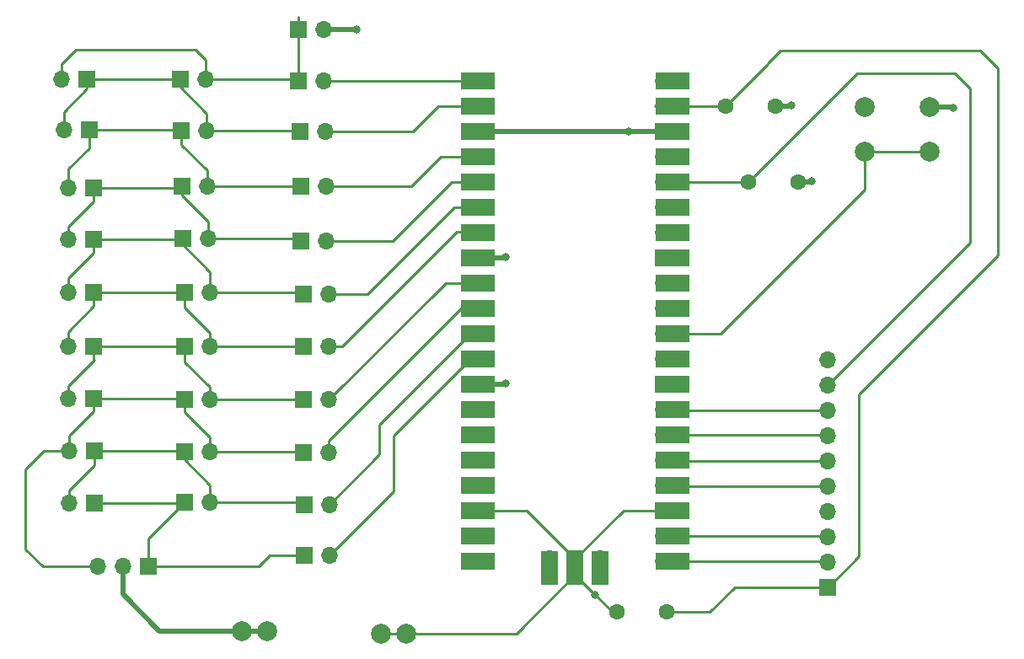
<source format=gbr>
%TF.GenerationSoftware,KiCad,Pcbnew,(6.0.7)*%
%TF.CreationDate,2022-09-20T14:40:13-04:00*%
%TF.ProjectId,RPi Pico Core,52506920-5069-4636-9f20-436f72652e6b,rev?*%
%TF.SameCoordinates,Original*%
%TF.FileFunction,Copper,L1,Top*%
%TF.FilePolarity,Positive*%
%FSLAX46Y46*%
G04 Gerber Fmt 4.6, Leading zero omitted, Abs format (unit mm)*
G04 Created by KiCad (PCBNEW (6.0.7)) date 2022-09-20 14:40:13*
%MOMM*%
%LPD*%
G01*
G04 APERTURE LIST*
%TA.AperFunction,ComponentPad*%
%ADD10C,2.000000*%
%TD*%
%TA.AperFunction,ComponentPad*%
%ADD11O,1.700000X1.700000*%
%TD*%
%TA.AperFunction,SMDPad,CuDef*%
%ADD12R,3.500000X1.700000*%
%TD*%
%TA.AperFunction,ComponentPad*%
%ADD13R,1.700000X1.700000*%
%TD*%
%TA.AperFunction,SMDPad,CuDef*%
%ADD14R,1.700000X3.500000*%
%TD*%
%TA.AperFunction,ComponentPad*%
%ADD15C,1.600000*%
%TD*%
%TA.AperFunction,ViaPad*%
%ADD16C,0.800000*%
%TD*%
%TA.AperFunction,Conductor*%
%ADD17C,0.250000*%
%TD*%
%TA.AperFunction,Conductor*%
%ADD18C,0.500000*%
%TD*%
G04 APERTURE END LIST*
D10*
%TO.P,TP2,1,1*%
%TO.N,GND*%
X141593000Y-128210000D03*
X139053000Y-128210000D03*
%TD*%
%TO.P,TP1,1,1*%
%TO.N,Net-(J2-Pad2)*%
X125083000Y-127956000D03*
X127623000Y-127956000D03*
%TD*%
D11*
%TO.P,U1,1,GPIO0*%
%TO.N,Net-(R29-Pad2)*%
X149667081Y-72680000D03*
D12*
X148767081Y-72680000D03*
%TO.P,U1,2,GPIO1*%
%TO.N,Net-(R30-Pad2)*%
X148767081Y-75220000D03*
D11*
X149667081Y-75220000D03*
D13*
%TO.P,U1,3,GND*%
%TO.N,GND*%
X149667081Y-77760000D03*
D12*
X148767081Y-77760000D03*
D11*
%TO.P,U1,4,GPIO2*%
%TO.N,Net-(R31-Pad2)*%
X149667081Y-80300000D03*
D12*
X148767081Y-80300000D03*
%TO.P,U1,5,GPIO3*%
%TO.N,Net-(R32-Pad2)*%
X148767081Y-82840000D03*
D11*
X149667081Y-82840000D03*
D12*
%TO.P,U1,6,GPIO4*%
%TO.N,Net-(R33-Pad2)*%
X148767081Y-85380000D03*
D11*
X149667081Y-85380000D03*
D12*
%TO.P,U1,7,GPIO5*%
%TO.N,Net-(R34-Pad2)*%
X148767081Y-87920000D03*
D11*
X149667081Y-87920000D03*
D12*
%TO.P,U1,8,GND*%
%TO.N,GND*%
X148767081Y-90460000D03*
D13*
X149667081Y-90460000D03*
D12*
%TO.P,U1,9,GPIO6*%
%TO.N,Net-(R35-Pad2)*%
X148767081Y-93000000D03*
D11*
X149667081Y-93000000D03*
%TO.P,U1,10,GPIO7*%
%TO.N,Net-(R36-Pad2)*%
X149667081Y-95540000D03*
D12*
X148767081Y-95540000D03*
D11*
%TO.P,U1,11,GPIO8*%
%TO.N,Net-(R37-Pad2)*%
X149667081Y-98080000D03*
D12*
X148767081Y-98080000D03*
D11*
%TO.P,U1,12,GPIO9*%
%TO.N,Net-(R38-Pad2)*%
X149667081Y-100620000D03*
D12*
X148767081Y-100620000D03*
D13*
%TO.P,U1,13,GND*%
%TO.N,GND*%
X149667081Y-103160000D03*
D12*
X148767081Y-103160000D03*
D11*
%TO.P,U1,14,GPIO10*%
%TO.N,unconnected-(U1-Pad14)*%
X149667081Y-105700000D03*
D12*
X148767081Y-105700000D03*
%TO.P,U1,15,GPIO11*%
%TO.N,unconnected-(U1-Pad15)*%
X148767081Y-108240000D03*
D11*
X149667081Y-108240000D03*
D12*
%TO.P,U1,16,GPIO12*%
%TO.N,unconnected-(U1-Pad16)*%
X148767081Y-110780000D03*
D11*
X149667081Y-110780000D03*
D12*
%TO.P,U1,17,GPIO13*%
%TO.N,unconnected-(U1-Pad17)*%
X148767081Y-113320000D03*
D11*
X149667081Y-113320000D03*
D12*
%TO.P,U1,18,GND*%
%TO.N,GND*%
X148767081Y-115860000D03*
D13*
X149667081Y-115860000D03*
D12*
%TO.P,U1,19,GPIO14*%
%TO.N,unconnected-(U1-Pad19)*%
X148767081Y-118400000D03*
D11*
X149667081Y-118400000D03*
%TO.P,U1,20,GPIO15*%
%TO.N,unconnected-(U1-Pad20)*%
X149667081Y-120940000D03*
D12*
X148767081Y-120940000D03*
D11*
%TO.P,U1,21,GPIO16*%
%TO.N,Net-(J1-Pad2)*%
X167447081Y-120940000D03*
D12*
X168347081Y-120940000D03*
D11*
%TO.P,U1,22,GPIO17*%
%TO.N,Net-(J1-Pad3)*%
X167447081Y-118400000D03*
D12*
X168347081Y-118400000D03*
%TO.P,U1,23,GND*%
%TO.N,GND*%
X168347081Y-115860000D03*
D13*
X167447081Y-115860000D03*
D12*
%TO.P,U1,24,GPIO18*%
%TO.N,Net-(J1-Pad5)*%
X168347081Y-113320000D03*
D11*
X167447081Y-113320000D03*
D12*
%TO.P,U1,25,GPIO19*%
%TO.N,Net-(J1-Pad6)*%
X168347081Y-110780000D03*
D11*
X167447081Y-110780000D03*
%TO.P,U1,26,GPIO20*%
%TO.N,Net-(J1-Pad7)*%
X167447081Y-108240000D03*
D12*
X168347081Y-108240000D03*
%TO.P,U1,27,GPIO21*%
%TO.N,Net-(J1-Pad8)*%
X168347081Y-105700000D03*
D11*
X167447081Y-105700000D03*
D12*
%TO.P,U1,28,GND*%
%TO.N,GND*%
X168347081Y-103160000D03*
D13*
X167447081Y-103160000D03*
D11*
%TO.P,U1,29,GPIO22*%
%TO.N,unconnected-(U1-Pad29)*%
X167447081Y-100620000D03*
D12*
X168347081Y-100620000D03*
D11*
%TO.P,U1,30,RUN*%
%TO.N,Net-(SW1-Pad1)*%
X167447081Y-98080000D03*
D12*
X168347081Y-98080000D03*
D11*
%TO.P,U1,31,GPIO26_ADC0*%
%TO.N,unconnected-(U1-Pad31)*%
X167447081Y-95540000D03*
D12*
X168347081Y-95540000D03*
%TO.P,U1,32,GPIO27_ADC1*%
%TO.N,unconnected-(U1-Pad32)*%
X168347081Y-93000000D03*
D11*
X167447081Y-93000000D03*
D12*
%TO.P,U1,33,AGND*%
%TO.N,unconnected-(U1-Pad33)*%
X168347081Y-90460000D03*
D13*
X167447081Y-90460000D03*
D11*
%TO.P,U1,34,GPIO28_ADC2*%
%TO.N,unconnected-(U1-Pad34)*%
X167447081Y-87920000D03*
D12*
X168347081Y-87920000D03*
D11*
%TO.P,U1,35,ADC_VREF*%
%TO.N,unconnected-(U1-Pad35)*%
X167447081Y-85380000D03*
D12*
X168347081Y-85380000D03*
%TO.P,U1,36,3V3*%
%TO.N,+3.3V*%
X168347081Y-82840000D03*
D11*
X167447081Y-82840000D03*
D12*
%TO.P,U1,37,3V3_EN*%
%TO.N,unconnected-(U1-Pad37)*%
X168347081Y-80300000D03*
D11*
X167447081Y-80300000D03*
D13*
%TO.P,U1,38,GND*%
%TO.N,GND*%
X167447081Y-77760000D03*
D12*
X168347081Y-77760000D03*
%TO.P,U1,39,VSYS*%
%TO.N,+5V*%
X168347081Y-75220000D03*
D11*
X167447081Y-75220000D03*
%TO.P,U1,40,VBUS*%
%TO.N,unconnected-(U1-Pad40)*%
X167447081Y-72680000D03*
D12*
X168347081Y-72680000D03*
D14*
%TO.P,U1,41,SWCLK*%
%TO.N,unconnected-(U1-Pad41)*%
X156017081Y-121610000D03*
D11*
X156017081Y-120710000D03*
D13*
%TO.P,U1,42,GND*%
%TO.N,GND*%
X158557081Y-120710000D03*
D14*
X158557081Y-121610000D03*
%TO.P,U1,43,SWDIO*%
%TO.N,unconnected-(U1-Pad43)*%
X161097081Y-121610000D03*
D11*
X161097081Y-120710000D03*
%TD*%
D13*
%TO.P,R23,1*%
%TO.N,Net-(R13-Pad1)*%
X119192081Y-88580000D03*
D11*
%TO.P,R23,2*%
%TO.N,Net-(R12-Pad1)*%
X121732081Y-88580000D03*
%TD*%
D13*
%TO.P,R37,1*%
%TO.N,Net-(R17-Pad1)*%
X131317081Y-115255000D03*
D11*
%TO.P,R37,2*%
%TO.N,Net-(R37-Pad2)*%
X133857081Y-115255000D03*
%TD*%
D13*
%TO.P,R25,1*%
%TO.N,Net-(R15-Pad1)*%
X119307081Y-99390000D03*
D11*
%TO.P,R25,2*%
%TO.N,Net-(R14-Pad1)*%
X121847081Y-99390000D03*
%TD*%
D13*
%TO.P,R17,1*%
%TO.N,Net-(R17-Pad1)*%
X110232081Y-109880000D03*
D11*
%TO.P,R17,2*%
%TO.N,Net-(J2-Pad3)*%
X107692081Y-109880000D03*
%TD*%
D13*
%TO.P,R12,1*%
%TO.N,Net-(R12-Pad1)*%
X110227081Y-83470000D03*
D11*
%TO.P,R12,2*%
%TO.N,Net-(R11-Pad1)*%
X107687081Y-83470000D03*
%TD*%
D13*
%TO.P,R13,1*%
%TO.N,Net-(R13-Pad1)*%
X110157081Y-88650000D03*
D11*
%TO.P,R13,2*%
%TO.N,Net-(R12-Pad1)*%
X107617081Y-88650000D03*
%TD*%
D13*
%TO.P,R18,1*%
%TO.N,Net-(J2-Pad1)*%
X110267081Y-115130000D03*
D11*
%TO.P,R18,2*%
%TO.N,Net-(R17-Pad1)*%
X107727081Y-115130000D03*
%TD*%
D13*
%TO.P,R34,1*%
%TO.N,Net-(R14-Pad1)*%
X131267081Y-99405000D03*
D11*
%TO.P,R34,2*%
%TO.N,Net-(R34-Pad2)*%
X133807081Y-99405000D03*
%TD*%
D13*
%TO.P,R15,1*%
%TO.N,Net-(R15-Pad1)*%
X110157081Y-99390000D03*
D11*
%TO.P,R15,2*%
%TO.N,Net-(R14-Pad1)*%
X107617081Y-99390000D03*
%TD*%
D13*
%TO.P,R38,1*%
%TO.N,Net-(J2-Pad1)*%
X131347081Y-120415000D03*
D11*
%TO.P,R38,2*%
%TO.N,Net-(R38-Pad2)*%
X133887081Y-120415000D03*
%TD*%
D13*
%TO.P,R33,1*%
%TO.N,Net-(R13-Pad1)*%
X131297081Y-94095000D03*
D11*
%TO.P,R33,2*%
%TO.N,Net-(R33-Pad2)*%
X133837081Y-94095000D03*
%TD*%
D10*
%TO.P,SW1,1,A*%
%TO.N,Net-(SW1-Pad1)*%
X194163081Y-79807000D03*
X187663081Y-79807000D03*
%TO.P,SW1,2,B*%
%TO.N,GND*%
X194163081Y-75307000D03*
X187663081Y-75307000D03*
%TD*%
D15*
%TO.P,C3,1*%
%TO.N,GND*%
X178681081Y-75271000D03*
%TO.P,C3,2*%
%TO.N,+5V*%
X173681081Y-75271000D03*
%TD*%
D13*
%TO.P,R29,1*%
%TO.N,Net-(R10-Pad2)*%
X130797081Y-72675000D03*
D11*
%TO.P,R29,2*%
%TO.N,Net-(R29-Pad2)*%
X133337081Y-72675000D03*
%TD*%
D13*
%TO.P,R10,1*%
%TO.N,Net-(R10-Pad1)*%
X109497081Y-72540000D03*
D11*
%TO.P,R10,2*%
%TO.N,Net-(R10-Pad2)*%
X106957081Y-72540000D03*
%TD*%
D15*
%TO.P,C2,1*%
%TO.N,GND*%
X180967081Y-82891000D03*
%TO.P,C2,2*%
%TO.N,+3.3V*%
X175967081Y-82891000D03*
%TD*%
D13*
%TO.P,R24,1*%
%TO.N,Net-(R14-Pad1)*%
X119347081Y-93980000D03*
D11*
%TO.P,R24,2*%
%TO.N,Net-(R13-Pad1)*%
X121887081Y-93980000D03*
%TD*%
D13*
%TO.P,R28,1*%
%TO.N,Net-(J2-Pad1)*%
X119347081Y-115080000D03*
D11*
%TO.P,R28,2*%
%TO.N,Net-(R17-Pad1)*%
X121887081Y-115080000D03*
%TD*%
D15*
%TO.P,C1,1*%
%TO.N,GND*%
X162759081Y-126071000D03*
%TO.P,C1,2*%
%TO.N,+5V*%
X167759081Y-126071000D03*
%TD*%
D13*
%TO.P,J2,1,Pin_1*%
%TO.N,Net-(J2-Pad1)*%
X115714081Y-121499000D03*
D11*
%TO.P,J2,2,Pin_2*%
%TO.N,Net-(J2-Pad2)*%
X113174081Y-121499000D03*
%TO.P,J2,3,Pin_3*%
%TO.N,Net-(J2-Pad3)*%
X110634081Y-121499000D03*
%TD*%
D13*
%TO.P,J1,1,Pin_1*%
%TO.N,+5V*%
X183957081Y-123570000D03*
D11*
%TO.P,J1,2,Pin_2*%
%TO.N,Net-(J1-Pad2)*%
X183957081Y-121030000D03*
%TO.P,J1,3,Pin_3*%
%TO.N,Net-(J1-Pad3)*%
X183957081Y-118490000D03*
%TO.P,J1,4,Pin_4*%
%TO.N,GND*%
X183957081Y-115950000D03*
%TO.P,J1,5,Pin_5*%
%TO.N,Net-(J1-Pad5)*%
X183957081Y-113410000D03*
%TO.P,J1,6,Pin_6*%
%TO.N,Net-(J1-Pad6)*%
X183957081Y-110870000D03*
%TO.P,J1,7,Pin_7*%
%TO.N,Net-(J1-Pad7)*%
X183957081Y-108330000D03*
%TO.P,J1,8,Pin_8*%
%TO.N,Net-(J1-Pad8)*%
X183957081Y-105790000D03*
%TO.P,J1,9,Pin_9*%
%TO.N,+3.3V*%
X183957081Y-103250000D03*
%TO.P,J1,10,Pin_10*%
%TO.N,unconnected-(J1-Pad10)*%
X183957081Y-100710000D03*
%TD*%
D13*
%TO.P,R16,1*%
%TO.N,Net-(J2-Pad3)*%
X110197081Y-104660000D03*
D11*
%TO.P,R16,2*%
%TO.N,Net-(R15-Pad1)*%
X107657081Y-104660000D03*
%TD*%
D13*
%TO.P,R11,1*%
%TO.N,Net-(R11-Pad1)*%
X109727081Y-77640000D03*
D11*
%TO.P,R11,2*%
%TO.N,Net-(R10-Pad1)*%
X107187081Y-77640000D03*
%TD*%
D13*
%TO.P,R36,1*%
%TO.N,Net-(J2-Pad3)*%
X131307081Y-110025000D03*
D11*
%TO.P,R36,2*%
%TO.N,Net-(R36-Pad2)*%
X133847081Y-110025000D03*
%TD*%
D13*
%TO.P,R31,1*%
%TO.N,Net-(R11-Pad1)*%
X131037081Y-83255000D03*
D11*
%TO.P,R31,2*%
%TO.N,Net-(R31-Pad2)*%
X133577081Y-83255000D03*
%TD*%
D13*
%TO.P,R27,1*%
%TO.N,Net-(R17-Pad1)*%
X119297081Y-109990000D03*
D11*
%TO.P,R27,2*%
%TO.N,Net-(J2-Pad3)*%
X121837081Y-109990000D03*
%TD*%
D13*
%TO.P,R32,1*%
%TO.N,Net-(R12-Pad1)*%
X130987081Y-88785000D03*
D11*
%TO.P,R32,2*%
%TO.N,Net-(R32-Pad2)*%
X133527081Y-88785000D03*
%TD*%
D13*
%TO.P,R30,1*%
%TO.N,Net-(R10-Pad1)*%
X130917081Y-77765000D03*
D11*
%TO.P,R30,2*%
%TO.N,Net-(R30-Pad2)*%
X133457081Y-77765000D03*
%TD*%
D13*
%TO.P,R19,1*%
%TO.N,Net-(R10-Pad2)*%
X130727081Y-67545000D03*
D11*
%TO.P,R19,2*%
%TO.N,GND*%
X133267081Y-67545000D03*
%TD*%
D13*
%TO.P,R14,1*%
%TO.N,Net-(R14-Pad1)*%
X110157081Y-93980000D03*
D11*
%TO.P,R14,2*%
%TO.N,Net-(R13-Pad1)*%
X107617081Y-93980000D03*
%TD*%
D13*
%TO.P,R22,1*%
%TO.N,Net-(R12-Pad1)*%
X119067081Y-83320000D03*
D11*
%TO.P,R22,2*%
%TO.N,Net-(R11-Pad1)*%
X121607081Y-83320000D03*
%TD*%
D13*
%TO.P,R20,1*%
%TO.N,Net-(R10-Pad1)*%
X118887081Y-72550000D03*
D11*
%TO.P,R20,2*%
%TO.N,Net-(R10-Pad2)*%
X121427081Y-72550000D03*
%TD*%
D13*
%TO.P,R35,1*%
%TO.N,Net-(R15-Pad1)*%
X131307081Y-104695000D03*
D11*
%TO.P,R35,2*%
%TO.N,Net-(R35-Pad2)*%
X133847081Y-104695000D03*
%TD*%
D13*
%TO.P,R26,1*%
%TO.N,Net-(J2-Pad3)*%
X119297081Y-104720000D03*
D11*
%TO.P,R26,2*%
%TO.N,Net-(R15-Pad1)*%
X121837081Y-104720000D03*
%TD*%
D13*
%TO.P,R21,1*%
%TO.N,Net-(R11-Pad1)*%
X119007081Y-77680000D03*
D11*
%TO.P,R21,2*%
%TO.N,Net-(R10-Pad1)*%
X121547081Y-77680000D03*
%TD*%
D16*
%TO.N,GND*%
X160576541Y-124339459D03*
X136640000Y-67504000D03*
X163976000Y-77760000D03*
X196584000Y-75378000D03*
X182360000Y-82744000D03*
X180328000Y-75124000D03*
X151626000Y-90364000D03*
X151626000Y-103064000D03*
%TD*%
D17*
%TO.N,GND*%
X141593000Y-128210000D02*
X139053000Y-128210000D01*
X152667081Y-128210000D02*
X141593000Y-128210000D01*
X158557081Y-122320000D02*
X152667081Y-128210000D01*
D18*
%TO.N,Net-(J2-Pad2)*%
X125083000Y-127956000D02*
X127623000Y-127956000D01*
X113174081Y-124302081D02*
X116828000Y-127956000D01*
X113174081Y-121499000D02*
X113174081Y-124302081D01*
X116828000Y-127956000D02*
X125083000Y-127956000D01*
D17*
%TO.N,GND*%
X160576541Y-124339459D02*
X162308081Y-126071000D01*
X162308081Y-126071000D02*
X162759081Y-126071000D01*
X158557081Y-120710000D02*
X158557081Y-122320000D01*
X158557081Y-122320000D02*
X160576541Y-124339459D01*
X162652081Y-126178000D02*
X162759081Y-126071000D01*
D18*
X136599000Y-67545000D02*
X136640000Y-67504000D01*
X133267081Y-67545000D02*
X136599000Y-67545000D01*
X163976000Y-77760000D02*
X167447081Y-77760000D01*
X149667081Y-77760000D02*
X163976000Y-77760000D01*
X196513000Y-75307000D02*
X196584000Y-75378000D01*
X194163081Y-75307000D02*
X196513000Y-75307000D01*
X182213000Y-82891000D02*
X182360000Y-82744000D01*
X180967081Y-82891000D02*
X182213000Y-82891000D01*
X180181000Y-75271000D02*
X180328000Y-75124000D01*
X178681081Y-75271000D02*
X180181000Y-75271000D01*
X151530000Y-90460000D02*
X151626000Y-90364000D01*
X149667081Y-90460000D02*
X151530000Y-90460000D01*
X151530000Y-103160000D02*
X151626000Y-103064000D01*
X149667081Y-103160000D02*
X151530000Y-103160000D01*
D17*
%TO.N,Net-(J2-Pad3)*%
X110197081Y-105831081D02*
X110197081Y-104660000D01*
X107692081Y-108389919D02*
X110224000Y-105858000D01*
X107692081Y-109880000D02*
X107692081Y-108389919D01*
X110224000Y-105858000D02*
X110197081Y-105831081D01*
X105145689Y-121499000D02*
X110634081Y-121499000D01*
X103366000Y-119752779D02*
X105128955Y-121515734D01*
X105186000Y-109880000D02*
X103366000Y-111700000D01*
X103366000Y-111700000D02*
X103366000Y-119752779D01*
X107692081Y-109880000D02*
X105186000Y-109880000D01*
X105128955Y-121515734D02*
X105145689Y-121499000D01*
%TO.N,Net-(R13-Pad1)*%
X119192081Y-89172081D02*
X121908000Y-91888000D01*
X119192081Y-88580000D02*
X119192081Y-89172081D01*
X121908000Y-91888000D02*
X121887081Y-91908919D01*
X121887081Y-91908919D02*
X121887081Y-93980000D01*
X131182081Y-93980000D02*
X131297081Y-94095000D01*
X121887081Y-93980000D02*
X131182081Y-93980000D01*
%TO.N,Net-(SW1-Pad1)*%
X187663081Y-79807000D02*
X194163081Y-79807000D01*
%TO.N,Net-(R15-Pad1)*%
X121837081Y-104720000D02*
X131282081Y-104720000D01*
X131282081Y-104720000D02*
X131307081Y-104695000D01*
%TO.N,Net-(R14-Pad1)*%
X131252081Y-99390000D02*
X131267081Y-99405000D01*
X121847081Y-99390000D02*
X131252081Y-99390000D01*
%TO.N,Net-(R12-Pad1)*%
X121732081Y-88580000D02*
X130782081Y-88580000D01*
X130782081Y-88580000D02*
X130987081Y-88785000D01*
%TO.N,Net-(R11-Pad1)*%
X130972081Y-83320000D02*
X131037081Y-83255000D01*
X121607081Y-83320000D02*
X130972081Y-83320000D01*
%TO.N,Net-(R10-Pad1)*%
X130832081Y-77680000D02*
X130917081Y-77765000D01*
X121547081Y-77680000D02*
X130832081Y-77680000D01*
%TO.N,Net-(R10-Pad2)*%
X130672081Y-72550000D02*
X130797081Y-72675000D01*
X121427081Y-72550000D02*
X130672081Y-72550000D01*
%TO.N,Net-(J2-Pad1)*%
X127842729Y-120415000D02*
X131347081Y-120415000D01*
X115714081Y-121499000D02*
X126758729Y-121499000D01*
X126758729Y-121499000D02*
X127842729Y-120415000D01*
%TO.N,Net-(R17-Pad1)*%
X121887081Y-115080000D02*
X131142081Y-115080000D01*
X131142081Y-115080000D02*
X131317081Y-115255000D01*
%TO.N,Net-(J2-Pad3)*%
X131272081Y-109990000D02*
X131307081Y-110025000D01*
X121837081Y-109990000D02*
X131272081Y-109990000D01*
%TO.N,GND*%
X163407081Y-115860000D02*
X158557081Y-120710000D01*
X167447081Y-115860000D02*
X163407081Y-115860000D01*
X149667081Y-115860000D02*
X153707081Y-115860000D01*
X153707081Y-115860000D02*
X158557081Y-120710000D01*
%TO.N,+5V*%
X167759081Y-126071000D02*
X172117081Y-126071000D01*
X167498081Y-75271000D02*
X173681081Y-75271000D01*
X199295081Y-69683000D02*
X201073081Y-71461000D01*
X174618081Y-123570000D02*
X183957081Y-123570000D01*
X201073081Y-71461000D02*
X201073081Y-90257000D01*
X172117081Y-126071000D02*
X174618081Y-123570000D01*
X173681081Y-75271000D02*
X177959081Y-70993000D01*
X187103081Y-120483000D02*
X184016081Y-123570000D01*
X167447081Y-75220000D02*
X167498081Y-75271000D01*
X179229081Y-69683000D02*
X199295081Y-69683000D01*
X187103081Y-104227000D02*
X187103081Y-120483000D01*
X166572081Y-75220000D02*
X167447081Y-75220000D01*
X201073081Y-90257000D02*
X187103081Y-104227000D01*
X177959081Y-70993000D02*
X177959081Y-70953000D01*
X184016081Y-123570000D02*
X183957081Y-123570000D01*
X177959081Y-70953000D02*
X179229081Y-69683000D01*
%TO.N,+3.3V*%
X198279081Y-73493000D02*
X198279081Y-88987000D01*
X175967081Y-82891000D02*
X186889081Y-71969000D01*
X167447081Y-82840000D02*
X167498081Y-82891000D01*
X186889081Y-71969000D02*
X196755081Y-71969000D01*
X198279081Y-88987000D02*
X196247081Y-91019000D01*
X196247081Y-91019000D02*
X196188081Y-91019000D01*
X196188081Y-91019000D02*
X183957081Y-103250000D01*
X196755081Y-71969000D02*
X198279081Y-73493000D01*
X167498081Y-82891000D02*
X175967081Y-82891000D01*
%TO.N,Net-(J1-Pad2)*%
X167447081Y-120940000D02*
X183867081Y-120940000D01*
X183867081Y-120940000D02*
X183957081Y-121030000D01*
%TO.N,Net-(J1-Pad3)*%
X167447081Y-118400000D02*
X183867081Y-118400000D01*
X183867081Y-118400000D02*
X183957081Y-118490000D01*
%TO.N,Net-(J1-Pad5)*%
X167537081Y-113410000D02*
X183957081Y-113410000D01*
X167447081Y-113320000D02*
X167537081Y-113410000D01*
%TO.N,Net-(J1-Pad6)*%
X167447081Y-110780000D02*
X167537081Y-110870000D01*
X167537081Y-110870000D02*
X183957081Y-110870000D01*
%TO.N,Net-(J1-Pad7)*%
X183867081Y-108240000D02*
X183957081Y-108330000D01*
X167447081Y-108240000D02*
X183867081Y-108240000D01*
%TO.N,Net-(J1-Pad8)*%
X167537081Y-105790000D02*
X183957081Y-105790000D01*
X167447081Y-105700000D02*
X167537081Y-105790000D01*
%TO.N,Net-(J2-Pad1)*%
X119297081Y-115130000D02*
X119347081Y-115080000D01*
X115714081Y-118713000D02*
X119347081Y-115080000D01*
X110267081Y-115130000D02*
X119297081Y-115130000D01*
X115714081Y-121499000D02*
X115714081Y-118713000D01*
%TO.N,Net-(J2-Pad3)*%
X121887081Y-109940000D02*
X121837081Y-109990000D01*
X119237081Y-104660000D02*
X119297081Y-104720000D01*
X119297081Y-104720000D02*
X119297081Y-105965000D01*
X121892081Y-108560000D02*
X121837081Y-108615000D01*
X110197081Y-104660000D02*
X119237081Y-104660000D01*
X121837081Y-108615000D02*
X121837081Y-109990000D01*
X107687081Y-109875000D02*
X107692081Y-109880000D01*
X107677081Y-109865000D02*
X107692081Y-109880000D01*
X119297081Y-105965000D02*
X121892081Y-108560000D01*
%TO.N,Net-(R10-Pad1)*%
X118877081Y-72540000D02*
X118887081Y-72550000D01*
X118887081Y-73325000D02*
X121547081Y-75985000D01*
X118887081Y-72550000D02*
X118887081Y-73325000D01*
X107187081Y-75815000D02*
X107187081Y-77640000D01*
X109497081Y-72540000D02*
X118877081Y-72540000D01*
X121547081Y-75985000D02*
X121547081Y-77680000D01*
X109497081Y-73505000D02*
X107187081Y-75815000D01*
X109497081Y-72540000D02*
X109497081Y-73505000D01*
%TO.N,Net-(R10-Pad2)*%
X106957081Y-71015000D02*
X108422081Y-69550000D01*
X130767081Y-72645000D02*
X130797081Y-72675000D01*
X130767081Y-66275000D02*
X130767081Y-72645000D01*
X121482081Y-70560000D02*
X121427081Y-70615000D01*
X108422081Y-69550000D02*
X120472081Y-69550000D01*
X120472081Y-69550000D02*
X121482081Y-70560000D01*
X106957081Y-72540000D02*
X106957081Y-71015000D01*
X121427081Y-70615000D02*
X121427081Y-72550000D01*
%TO.N,Net-(R11-Pad1)*%
X119007081Y-79105000D02*
X121607081Y-81705000D01*
X118967081Y-77640000D02*
X119007081Y-77680000D01*
X109727081Y-77640000D02*
X109727081Y-79455000D01*
X109727081Y-79455000D02*
X107682081Y-81500000D01*
X121607081Y-81705000D02*
X121607081Y-83320000D01*
X107687081Y-81505000D02*
X107687081Y-83470000D01*
X107682081Y-81500000D02*
X107687081Y-81505000D01*
X119007081Y-77680000D02*
X119007081Y-79105000D01*
X109727081Y-77640000D02*
X118967081Y-77640000D01*
X130887081Y-83405000D02*
X131037081Y-83255000D01*
%TO.N,Net-(R12-Pad1)*%
X119067081Y-84195000D02*
X121732081Y-86860000D01*
X107617081Y-87385000D02*
X110227081Y-84775000D01*
X118917081Y-83470000D02*
X119067081Y-83320000D01*
X107617081Y-88650000D02*
X107617081Y-87385000D01*
X119067081Y-83320000D02*
X119067081Y-84195000D01*
X110227081Y-83470000D02*
X118917081Y-83470000D01*
X121732081Y-86860000D02*
X121732081Y-88580000D01*
X110227081Y-84775000D02*
X110227081Y-83470000D01*
%TO.N,Net-(R13-Pad1)*%
X110157081Y-88650000D02*
X119122081Y-88650000D01*
X119122081Y-88650000D02*
X119192081Y-88580000D01*
X107617081Y-92515000D02*
X110157081Y-89975000D01*
X107617081Y-93980000D02*
X107617081Y-92515000D01*
X121917081Y-94010000D02*
X121887081Y-93980000D01*
X110157081Y-89975000D02*
X110157081Y-88650000D01*
%TO.N,Net-(R14-Pad1)*%
X110157081Y-93980000D02*
X119347081Y-93980000D01*
X121917081Y-99320000D02*
X121847081Y-99390000D01*
X110162081Y-95350000D02*
X110157081Y-95345000D01*
X107617081Y-97895000D02*
X110162081Y-95350000D01*
X119347081Y-93980000D02*
X119347081Y-95505000D01*
X110157081Y-95345000D02*
X110157081Y-93980000D01*
X107617081Y-99390000D02*
X107617081Y-97895000D01*
X119347081Y-95505000D02*
X121847081Y-98005000D01*
X121847081Y-98005000D02*
X121847081Y-99390000D01*
%TO.N,Net-(R15-Pad1)*%
X110157081Y-99390000D02*
X119307081Y-99390000D01*
X119307081Y-99390000D02*
X119307081Y-100945000D01*
X121837081Y-103475000D02*
X121837081Y-104720000D01*
X107657081Y-104660000D02*
X107657081Y-103335000D01*
X131197081Y-104805000D02*
X131307081Y-104695000D01*
X110252081Y-100740000D02*
X110157081Y-100645000D01*
X107657081Y-103335000D02*
X110252081Y-100740000D01*
X119307081Y-100945000D02*
X121837081Y-103475000D01*
X110157081Y-100645000D02*
X110157081Y-99390000D01*
%TO.N,Net-(R17-Pad1)*%
X119297081Y-110725000D02*
X121887081Y-113315000D01*
X110232081Y-109880000D02*
X119187081Y-109880000D01*
X110232081Y-111320000D02*
X110232081Y-109880000D01*
X131267081Y-115165000D02*
X131307081Y-115205000D01*
X119297081Y-109990000D02*
X119297081Y-110725000D01*
X107727081Y-115130000D02*
X107727081Y-113865000D01*
X107727081Y-113865000D02*
X110252081Y-111340000D01*
X110252081Y-111340000D02*
X110232081Y-111320000D01*
X119187081Y-109880000D02*
X119297081Y-109990000D01*
X121887081Y-113315000D02*
X121887081Y-115080000D01*
%TO.N,Net-(R29-Pad2)*%
X149642081Y-72655000D02*
X149667081Y-72680000D01*
X133337081Y-72675000D02*
X149662081Y-72675000D01*
X149662081Y-72675000D02*
X149667081Y-72680000D01*
%TO.N,Net-(R30-Pad2)*%
X142277081Y-77765000D02*
X144822081Y-75220000D01*
X133457081Y-77765000D02*
X142277081Y-77765000D01*
X144822081Y-75220000D02*
X149667081Y-75220000D01*
%TO.N,Net-(R31-Pad2)*%
X133577081Y-83255000D02*
X142107081Y-83255000D01*
X145062081Y-80300000D02*
X149667081Y-80300000D01*
X142107081Y-83255000D02*
X145062081Y-80300000D01*
%TO.N,Net-(R32-Pad2)*%
X146247081Y-82825000D02*
X146262081Y-82840000D01*
X146262081Y-82840000D02*
X149667081Y-82840000D01*
X146167081Y-82825000D02*
X146247081Y-82825000D01*
X133527081Y-88785000D02*
X140207081Y-88785000D01*
X140207081Y-88785000D02*
X146167081Y-82825000D01*
%TO.N,Net-(R33-Pad2)*%
X133837081Y-94095000D02*
X137687081Y-94095000D01*
X137687081Y-94095000D02*
X146402081Y-85380000D01*
X146402081Y-85380000D02*
X149667081Y-85380000D01*
%TO.N,Net-(R34-Pad2)*%
X133807081Y-99405000D02*
X135137081Y-99405000D01*
X149622081Y-87875000D02*
X149667081Y-87920000D01*
X146667081Y-87875000D02*
X149622081Y-87875000D01*
X135137081Y-99405000D02*
X146667081Y-87875000D01*
%TO.N,Net-(R35-Pad2)*%
X133847081Y-104695000D02*
X145542081Y-93000000D01*
X145542081Y-93000000D02*
X149667081Y-93000000D01*
%TO.N,Net-(R36-Pad2)*%
X147130000Y-95540000D02*
X149667081Y-95540000D01*
X133847081Y-110025000D02*
X133847081Y-108822919D01*
X133847081Y-108822919D02*
X147130000Y-95540000D01*
%TO.N,Net-(R37-Pad2)*%
X138917081Y-110195000D02*
X138917081Y-107220000D01*
X148057081Y-98080000D02*
X149667081Y-98080000D01*
X149422081Y-97835000D02*
X149667081Y-98080000D01*
X138917081Y-107220000D02*
X148057081Y-98080000D01*
X133857081Y-115255000D02*
X138917081Y-110195000D01*
%TO.N,Net-(R38-Pad2)*%
X140367081Y-108310000D02*
X148057081Y-100620000D01*
X148057081Y-100620000D02*
X149667081Y-100620000D01*
X140367081Y-113935000D02*
X140367081Y-108310000D01*
X133887081Y-120415000D02*
X140367081Y-113935000D01*
%TO.N,Net-(SW1-Pad1)*%
X187663081Y-83601000D02*
X187663081Y-79807000D01*
X173184081Y-98080000D02*
X187663081Y-83601000D01*
X167447081Y-98080000D02*
X173184081Y-98080000D01*
%TD*%
M02*

</source>
